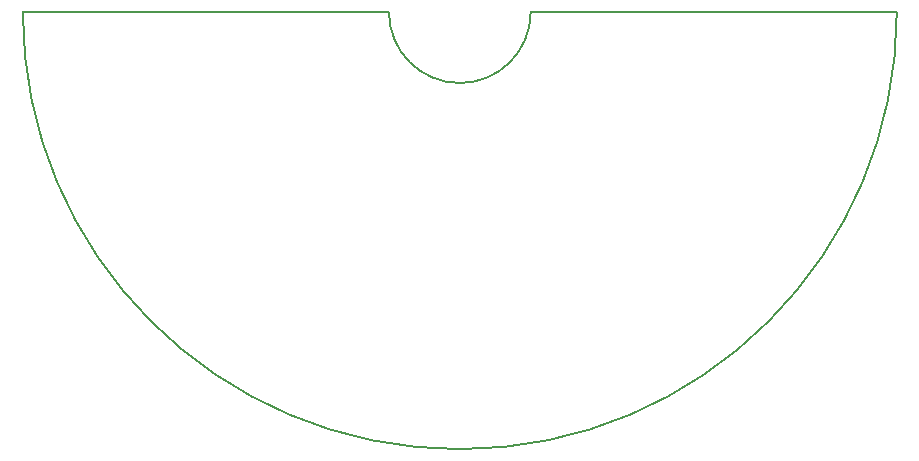
<source format=gbr>
G04 #@! TF.FileFunction,Profile,NP*
%FSLAX46Y46*%
G04 Gerber Fmt 4.6, Leading zero omitted, Abs format (unit mm)*
G04 Created by KiCad (PCBNEW 4.0.6) date 03/22/18 19:19:45*
%MOMM*%
%LPD*%
G01*
G04 APERTURE LIST*
%ADD10C,0.100000*%
%ADD11C,0.150000*%
G04 APERTURE END LIST*
D10*
D11*
X6000000Y0D02*
X37000000Y0D01*
X-37000000Y0D02*
X-6000000Y0D01*
X-37000000Y0D02*
G75*
G03X37000000Y0I37000000J0D01*
G01*
X-6000000Y0D02*
G75*
G03X6000000Y0I6000000J0D01*
G01*
M02*

</source>
